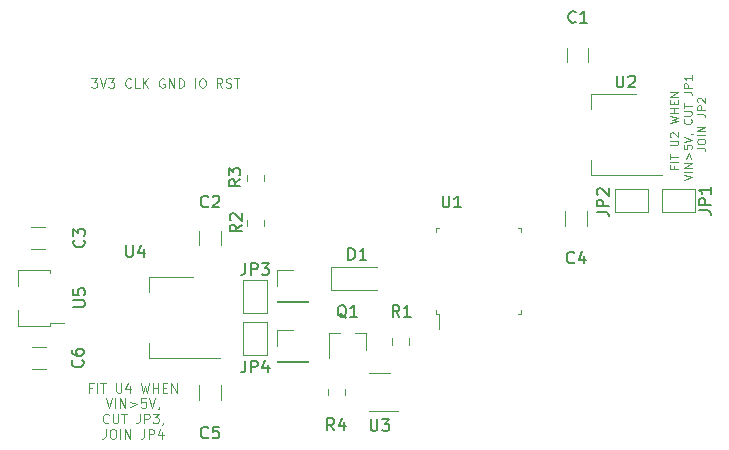
<source format=gbr>
G04 #@! TF.GenerationSoftware,KiCad,Pcbnew,5.1.6-c6e7f7d~86~ubuntu18.04.1*
G04 #@! TF.CreationDate,2020-06-27T17:17:55+01:00*
G04 #@! TF.ProjectId,Controller,436f6e74-726f-46c6-9c65-722e6b696361,rev?*
G04 #@! TF.SameCoordinates,Original*
G04 #@! TF.FileFunction,Legend,Top*
G04 #@! TF.FilePolarity,Positive*
%FSLAX46Y46*%
G04 Gerber Fmt 4.6, Leading zero omitted, Abs format (unit mm)*
G04 Created by KiCad (PCBNEW 5.1.6-c6e7f7d~86~ubuntu18.04.1) date 2020-06-27 17:17:55*
%MOMM*%
%LPD*%
G01*
G04 APERTURE LIST*
%ADD10C,0.100000*%
%ADD11C,0.120000*%
%ADD12C,0.150000*%
G04 APERTURE END LIST*
D10*
X159277200Y-103765733D02*
X159277200Y-103999066D01*
X159643866Y-103999066D02*
X158943866Y-103999066D01*
X158943866Y-103665733D01*
X159643866Y-103399066D02*
X158943866Y-103399066D01*
X158943866Y-103165733D02*
X158943866Y-102765733D01*
X159643866Y-102965733D02*
X158943866Y-102965733D01*
X158943866Y-101999066D02*
X159510533Y-101999066D01*
X159577200Y-101965733D01*
X159610533Y-101932400D01*
X159643866Y-101865733D01*
X159643866Y-101732400D01*
X159610533Y-101665733D01*
X159577200Y-101632400D01*
X159510533Y-101599066D01*
X158943866Y-101599066D01*
X159010533Y-101299066D02*
X158977200Y-101265733D01*
X158943866Y-101199066D01*
X158943866Y-101032400D01*
X158977200Y-100965733D01*
X159010533Y-100932400D01*
X159077200Y-100899066D01*
X159143866Y-100899066D01*
X159243866Y-100932400D01*
X159643866Y-101332400D01*
X159643866Y-100899066D01*
X158943866Y-100132400D02*
X159643866Y-99965733D01*
X159143866Y-99832400D01*
X159643866Y-99699066D01*
X158943866Y-99532400D01*
X159643866Y-99265733D02*
X158943866Y-99265733D01*
X159277200Y-99265733D02*
X159277200Y-98865733D01*
X159643866Y-98865733D02*
X158943866Y-98865733D01*
X159277200Y-98532400D02*
X159277200Y-98299066D01*
X159643866Y-98199066D02*
X159643866Y-98532400D01*
X158943866Y-98532400D01*
X158943866Y-98199066D01*
X159643866Y-97899066D02*
X158943866Y-97899066D01*
X159643866Y-97499066D01*
X158943866Y-97499066D01*
X160093866Y-104949066D02*
X160793866Y-104715733D01*
X160093866Y-104482400D01*
X160793866Y-104249066D02*
X160093866Y-104249066D01*
X160793866Y-103915733D02*
X160093866Y-103915733D01*
X160793866Y-103515733D01*
X160093866Y-103515733D01*
X160327200Y-103182400D02*
X160527200Y-102649066D01*
X160727200Y-103182400D01*
X160093866Y-101982400D02*
X160093866Y-102315733D01*
X160427200Y-102349066D01*
X160393866Y-102315733D01*
X160360533Y-102249066D01*
X160360533Y-102082400D01*
X160393866Y-102015733D01*
X160427200Y-101982400D01*
X160493866Y-101949066D01*
X160660533Y-101949066D01*
X160727200Y-101982400D01*
X160760533Y-102015733D01*
X160793866Y-102082400D01*
X160793866Y-102249066D01*
X160760533Y-102315733D01*
X160727200Y-102349066D01*
X160093866Y-101749066D02*
X160793866Y-101515733D01*
X160093866Y-101282400D01*
X160760533Y-101015733D02*
X160793866Y-101015733D01*
X160860533Y-101049066D01*
X160893866Y-101082400D01*
X160727200Y-99782400D02*
X160760533Y-99815733D01*
X160793866Y-99915733D01*
X160793866Y-99982400D01*
X160760533Y-100082400D01*
X160693866Y-100149066D01*
X160627200Y-100182400D01*
X160493866Y-100215733D01*
X160393866Y-100215733D01*
X160260533Y-100182400D01*
X160193866Y-100149066D01*
X160127200Y-100082400D01*
X160093866Y-99982400D01*
X160093866Y-99915733D01*
X160127200Y-99815733D01*
X160160533Y-99782400D01*
X160093866Y-99482400D02*
X160660533Y-99482400D01*
X160727200Y-99449066D01*
X160760533Y-99415733D01*
X160793866Y-99349066D01*
X160793866Y-99215733D01*
X160760533Y-99149066D01*
X160727200Y-99115733D01*
X160660533Y-99082400D01*
X160093866Y-99082400D01*
X160093866Y-98849066D02*
X160093866Y-98449066D01*
X160793866Y-98649066D02*
X160093866Y-98649066D01*
X160093866Y-97482400D02*
X160593866Y-97482400D01*
X160693866Y-97515733D01*
X160760533Y-97582400D01*
X160793866Y-97682400D01*
X160793866Y-97749066D01*
X160793866Y-97149066D02*
X160093866Y-97149066D01*
X160093866Y-96882400D01*
X160127200Y-96815733D01*
X160160533Y-96782400D01*
X160227200Y-96749066D01*
X160327200Y-96749066D01*
X160393866Y-96782400D01*
X160427200Y-96815733D01*
X160460533Y-96882400D01*
X160460533Y-97149066D01*
X160793866Y-96082400D02*
X160793866Y-96482400D01*
X160793866Y-96282400D02*
X160093866Y-96282400D01*
X160193866Y-96349066D01*
X160260533Y-96415733D01*
X160293866Y-96482400D01*
X161243866Y-102232400D02*
X161743866Y-102232400D01*
X161843866Y-102265733D01*
X161910533Y-102332400D01*
X161943866Y-102432400D01*
X161943866Y-102499066D01*
X161243866Y-101765733D02*
X161243866Y-101632400D01*
X161277200Y-101565733D01*
X161343866Y-101499066D01*
X161477200Y-101465733D01*
X161710533Y-101465733D01*
X161843866Y-101499066D01*
X161910533Y-101565733D01*
X161943866Y-101632400D01*
X161943866Y-101765733D01*
X161910533Y-101832400D01*
X161843866Y-101899066D01*
X161710533Y-101932400D01*
X161477200Y-101932400D01*
X161343866Y-101899066D01*
X161277200Y-101832400D01*
X161243866Y-101765733D01*
X161943866Y-101165733D02*
X161243866Y-101165733D01*
X161943866Y-100832400D02*
X161243866Y-100832400D01*
X161943866Y-100432400D01*
X161243866Y-100432400D01*
X161243866Y-99365733D02*
X161743866Y-99365733D01*
X161843866Y-99399066D01*
X161910533Y-99465733D01*
X161943866Y-99565733D01*
X161943866Y-99632400D01*
X161943866Y-99032400D02*
X161243866Y-99032400D01*
X161243866Y-98765733D01*
X161277200Y-98699066D01*
X161310533Y-98665733D01*
X161377200Y-98632400D01*
X161477200Y-98632400D01*
X161543866Y-98665733D01*
X161577200Y-98699066D01*
X161610533Y-98765733D01*
X161610533Y-99032400D01*
X161310533Y-98365733D02*
X161277200Y-98332400D01*
X161243866Y-98265733D01*
X161243866Y-98099066D01*
X161277200Y-98032400D01*
X161310533Y-97999066D01*
X161377200Y-97965733D01*
X161443866Y-97965733D01*
X161543866Y-97999066D01*
X161943866Y-98399066D01*
X161943866Y-97965733D01*
X110026880Y-122516357D02*
X109760214Y-122516357D01*
X109760214Y-122935404D02*
X109760214Y-122135404D01*
X110141166Y-122135404D01*
X110445928Y-122935404D02*
X110445928Y-122135404D01*
X110712595Y-122135404D02*
X111169738Y-122135404D01*
X110941166Y-122935404D02*
X110941166Y-122135404D01*
X112045928Y-122135404D02*
X112045928Y-122783023D01*
X112084023Y-122859214D01*
X112122119Y-122897309D01*
X112198309Y-122935404D01*
X112350690Y-122935404D01*
X112426880Y-122897309D01*
X112464976Y-122859214D01*
X112503071Y-122783023D01*
X112503071Y-122135404D01*
X113226880Y-122402071D02*
X113226880Y-122935404D01*
X113036404Y-122097309D02*
X112845928Y-122668738D01*
X113341166Y-122668738D01*
X114179261Y-122135404D02*
X114369738Y-122935404D01*
X114522119Y-122363976D01*
X114674500Y-122935404D01*
X114864976Y-122135404D01*
X115169738Y-122935404D02*
X115169738Y-122135404D01*
X115169738Y-122516357D02*
X115626880Y-122516357D01*
X115626880Y-122935404D02*
X115626880Y-122135404D01*
X116007833Y-122516357D02*
X116274500Y-122516357D01*
X116388785Y-122935404D02*
X116007833Y-122935404D01*
X116007833Y-122135404D01*
X116388785Y-122135404D01*
X116731642Y-122935404D02*
X116731642Y-122135404D01*
X117188785Y-122935404D01*
X117188785Y-122135404D01*
X111188785Y-123435404D02*
X111455452Y-124235404D01*
X111722119Y-123435404D01*
X111988785Y-124235404D02*
X111988785Y-123435404D01*
X112369738Y-124235404D02*
X112369738Y-123435404D01*
X112826880Y-124235404D01*
X112826880Y-123435404D01*
X113207833Y-123702071D02*
X113817357Y-123930642D01*
X113207833Y-124159214D01*
X114579261Y-123435404D02*
X114198309Y-123435404D01*
X114160214Y-123816357D01*
X114198309Y-123778261D01*
X114274500Y-123740166D01*
X114464976Y-123740166D01*
X114541166Y-123778261D01*
X114579261Y-123816357D01*
X114617357Y-123892547D01*
X114617357Y-124083023D01*
X114579261Y-124159214D01*
X114541166Y-124197309D01*
X114464976Y-124235404D01*
X114274500Y-124235404D01*
X114198309Y-124197309D01*
X114160214Y-124159214D01*
X114845928Y-123435404D02*
X115112595Y-124235404D01*
X115379261Y-123435404D01*
X115684023Y-124197309D02*
X115684023Y-124235404D01*
X115645928Y-124311595D01*
X115607833Y-124349690D01*
X111417357Y-125459214D02*
X111379261Y-125497309D01*
X111264976Y-125535404D01*
X111188785Y-125535404D01*
X111074500Y-125497309D01*
X110998309Y-125421119D01*
X110960214Y-125344928D01*
X110922119Y-125192547D01*
X110922119Y-125078261D01*
X110960214Y-124925880D01*
X110998309Y-124849690D01*
X111074500Y-124773500D01*
X111188785Y-124735404D01*
X111264976Y-124735404D01*
X111379261Y-124773500D01*
X111417357Y-124811595D01*
X111760214Y-124735404D02*
X111760214Y-125383023D01*
X111798309Y-125459214D01*
X111836404Y-125497309D01*
X111912595Y-125535404D01*
X112064976Y-125535404D01*
X112141166Y-125497309D01*
X112179261Y-125459214D01*
X112217357Y-125383023D01*
X112217357Y-124735404D01*
X112484023Y-124735404D02*
X112941166Y-124735404D01*
X112712595Y-125535404D02*
X112712595Y-124735404D01*
X114045928Y-124735404D02*
X114045928Y-125306833D01*
X114007833Y-125421119D01*
X113931642Y-125497309D01*
X113817357Y-125535404D01*
X113741166Y-125535404D01*
X114426880Y-125535404D02*
X114426880Y-124735404D01*
X114731642Y-124735404D01*
X114807833Y-124773500D01*
X114845928Y-124811595D01*
X114884023Y-124887785D01*
X114884023Y-125002071D01*
X114845928Y-125078261D01*
X114807833Y-125116357D01*
X114731642Y-125154452D01*
X114426880Y-125154452D01*
X115150690Y-124735404D02*
X115645928Y-124735404D01*
X115379261Y-125040166D01*
X115493547Y-125040166D01*
X115569738Y-125078261D01*
X115607833Y-125116357D01*
X115645928Y-125192547D01*
X115645928Y-125383023D01*
X115607833Y-125459214D01*
X115569738Y-125497309D01*
X115493547Y-125535404D01*
X115264976Y-125535404D01*
X115188785Y-125497309D01*
X115150690Y-125459214D01*
X116026880Y-125497309D02*
X116026880Y-125535404D01*
X115988785Y-125611595D01*
X115950690Y-125649690D01*
X111169738Y-126035404D02*
X111169738Y-126606833D01*
X111131642Y-126721119D01*
X111055452Y-126797309D01*
X110941166Y-126835404D01*
X110864976Y-126835404D01*
X111703071Y-126035404D02*
X111855452Y-126035404D01*
X111931642Y-126073500D01*
X112007833Y-126149690D01*
X112045928Y-126302071D01*
X112045928Y-126568738D01*
X112007833Y-126721119D01*
X111931642Y-126797309D01*
X111855452Y-126835404D01*
X111703071Y-126835404D01*
X111626880Y-126797309D01*
X111550690Y-126721119D01*
X111512595Y-126568738D01*
X111512595Y-126302071D01*
X111550690Y-126149690D01*
X111626880Y-126073500D01*
X111703071Y-126035404D01*
X112388785Y-126835404D02*
X112388785Y-126035404D01*
X112769738Y-126835404D02*
X112769738Y-126035404D01*
X113226880Y-126835404D01*
X113226880Y-126035404D01*
X114445928Y-126035404D02*
X114445928Y-126606833D01*
X114407833Y-126721119D01*
X114331642Y-126797309D01*
X114217357Y-126835404D01*
X114141166Y-126835404D01*
X114826880Y-126835404D02*
X114826880Y-126035404D01*
X115131642Y-126035404D01*
X115207833Y-126073500D01*
X115245928Y-126111595D01*
X115284023Y-126187785D01*
X115284023Y-126302071D01*
X115245928Y-126378261D01*
X115207833Y-126416357D01*
X115131642Y-126454452D01*
X114826880Y-126454452D01*
X115969738Y-126302071D02*
X115969738Y-126835404D01*
X115779261Y-125997309D02*
X115588785Y-126568738D01*
X116084023Y-126568738D01*
X109957380Y-96335904D02*
X110452619Y-96335904D01*
X110185952Y-96640666D01*
X110300238Y-96640666D01*
X110376428Y-96678761D01*
X110414523Y-96716857D01*
X110452619Y-96793047D01*
X110452619Y-96983523D01*
X110414523Y-97059714D01*
X110376428Y-97097809D01*
X110300238Y-97135904D01*
X110071666Y-97135904D01*
X109995476Y-97097809D01*
X109957380Y-97059714D01*
X110681190Y-96335904D02*
X110947857Y-97135904D01*
X111214523Y-96335904D01*
X111405000Y-96335904D02*
X111900238Y-96335904D01*
X111633571Y-96640666D01*
X111747857Y-96640666D01*
X111824047Y-96678761D01*
X111862142Y-96716857D01*
X111900238Y-96793047D01*
X111900238Y-96983523D01*
X111862142Y-97059714D01*
X111824047Y-97097809D01*
X111747857Y-97135904D01*
X111519285Y-97135904D01*
X111443095Y-97097809D01*
X111405000Y-97059714D01*
X113309761Y-97059714D02*
X113271666Y-97097809D01*
X113157380Y-97135904D01*
X113081190Y-97135904D01*
X112966904Y-97097809D01*
X112890714Y-97021619D01*
X112852619Y-96945428D01*
X112814523Y-96793047D01*
X112814523Y-96678761D01*
X112852619Y-96526380D01*
X112890714Y-96450190D01*
X112966904Y-96374000D01*
X113081190Y-96335904D01*
X113157380Y-96335904D01*
X113271666Y-96374000D01*
X113309761Y-96412095D01*
X114033571Y-97135904D02*
X113652619Y-97135904D01*
X113652619Y-96335904D01*
X114300238Y-97135904D02*
X114300238Y-96335904D01*
X114757380Y-97135904D02*
X114414523Y-96678761D01*
X114757380Y-96335904D02*
X114300238Y-96793047D01*
X116128809Y-96374000D02*
X116052619Y-96335904D01*
X115938333Y-96335904D01*
X115824047Y-96374000D01*
X115747857Y-96450190D01*
X115709761Y-96526380D01*
X115671666Y-96678761D01*
X115671666Y-96793047D01*
X115709761Y-96945428D01*
X115747857Y-97021619D01*
X115824047Y-97097809D01*
X115938333Y-97135904D01*
X116014523Y-97135904D01*
X116128809Y-97097809D01*
X116166904Y-97059714D01*
X116166904Y-96793047D01*
X116014523Y-96793047D01*
X116509761Y-97135904D02*
X116509761Y-96335904D01*
X116966904Y-97135904D01*
X116966904Y-96335904D01*
X117347857Y-97135904D02*
X117347857Y-96335904D01*
X117538333Y-96335904D01*
X117652619Y-96374000D01*
X117728809Y-96450190D01*
X117766904Y-96526380D01*
X117805000Y-96678761D01*
X117805000Y-96793047D01*
X117766904Y-96945428D01*
X117728809Y-97021619D01*
X117652619Y-97097809D01*
X117538333Y-97135904D01*
X117347857Y-97135904D01*
X118757380Y-97135904D02*
X118757380Y-96335904D01*
X119290714Y-96335904D02*
X119443095Y-96335904D01*
X119519285Y-96374000D01*
X119595476Y-96450190D01*
X119633571Y-96602571D01*
X119633571Y-96869238D01*
X119595476Y-97021619D01*
X119519285Y-97097809D01*
X119443095Y-97135904D01*
X119290714Y-97135904D01*
X119214523Y-97097809D01*
X119138333Y-97021619D01*
X119100238Y-96869238D01*
X119100238Y-96602571D01*
X119138333Y-96450190D01*
X119214523Y-96374000D01*
X119290714Y-96335904D01*
X121043095Y-97135904D02*
X120776428Y-96754952D01*
X120585952Y-97135904D02*
X120585952Y-96335904D01*
X120890714Y-96335904D01*
X120966904Y-96374000D01*
X121005000Y-96412095D01*
X121043095Y-96488285D01*
X121043095Y-96602571D01*
X121005000Y-96678761D01*
X120966904Y-96716857D01*
X120890714Y-96754952D01*
X120585952Y-96754952D01*
X121347857Y-97097809D02*
X121462142Y-97135904D01*
X121652619Y-97135904D01*
X121728809Y-97097809D01*
X121766904Y-97059714D01*
X121805000Y-96983523D01*
X121805000Y-96907333D01*
X121766904Y-96831142D01*
X121728809Y-96793047D01*
X121652619Y-96754952D01*
X121500238Y-96716857D01*
X121424047Y-96678761D01*
X121385952Y-96640666D01*
X121347857Y-96564476D01*
X121347857Y-96488285D01*
X121385952Y-96412095D01*
X121424047Y-96374000D01*
X121500238Y-96335904D01*
X121690714Y-96335904D01*
X121805000Y-96374000D01*
X122033571Y-96335904D02*
X122490714Y-96335904D01*
X122262142Y-97135904D02*
X122262142Y-96335904D01*
D11*
X125670000Y-115249000D02*
X128330000Y-115249000D01*
X125670000Y-115189000D02*
X125670000Y-115249000D01*
X128330000Y-115189000D02*
X128330000Y-115249000D01*
X125670000Y-115189000D02*
X128330000Y-115189000D01*
X125670000Y-113919000D02*
X125670000Y-112589000D01*
X125670000Y-112589000D02*
X127000000Y-112589000D01*
X125670000Y-120329000D02*
X128330000Y-120329000D01*
X125670000Y-120269000D02*
X125670000Y-120329000D01*
X128330000Y-120269000D02*
X128330000Y-120329000D01*
X125670000Y-120269000D02*
X128330000Y-120269000D01*
X125670000Y-118999000D02*
X125670000Y-117669000D01*
X125670000Y-117669000D02*
X127000000Y-117669000D01*
X124585800Y-105010852D02*
X124585800Y-104488348D01*
X123165800Y-105010852D02*
X123165800Y-104488348D01*
X123165800Y-108298348D02*
X123165800Y-108820852D01*
X124585800Y-108298348D02*
X124585800Y-108820852D01*
X106470000Y-112575000D02*
X106470000Y-112805000D01*
X106470000Y-117295000D02*
X106470000Y-117065000D01*
X106470000Y-117295000D02*
X103750000Y-117295000D01*
X103750000Y-117295000D02*
X103750000Y-115985000D01*
X107610000Y-117065000D02*
X106470000Y-117065000D01*
X103750000Y-112575000D02*
X106470000Y-112575000D01*
X103750000Y-113885000D02*
X103750000Y-112575000D01*
X120813000Y-119996000D02*
X114803000Y-119996000D01*
X118563000Y-113176000D02*
X114803000Y-113176000D01*
X114803000Y-119996000D02*
X114803000Y-118736000D01*
X114803000Y-113176000D02*
X114803000Y-114436000D01*
X158278000Y-104502000D02*
X152268000Y-104502000D01*
X156028000Y-97682000D02*
X152268000Y-97682000D01*
X152268000Y-104502000D02*
X152268000Y-103242000D01*
X152268000Y-97682000D02*
X152268000Y-98942000D01*
X122825000Y-119764000D02*
X122825000Y-116964000D01*
X122825000Y-116964000D02*
X124825000Y-116964000D01*
X124825000Y-116964000D02*
X124825000Y-119764000D01*
X124825000Y-119764000D02*
X122825000Y-119764000D01*
X124825000Y-113408000D02*
X124825000Y-116208000D01*
X124825000Y-116208000D02*
X122825000Y-116208000D01*
X122825000Y-116208000D02*
X122825000Y-113408000D01*
X122825000Y-113408000D02*
X124825000Y-113408000D01*
X154302000Y-105680000D02*
X157102000Y-105680000D01*
X157102000Y-105680000D02*
X157102000Y-107680000D01*
X157102000Y-107680000D02*
X154302000Y-107680000D01*
X154302000Y-107680000D02*
X154302000Y-105680000D01*
X161054000Y-107680000D02*
X158254000Y-107680000D01*
X158254000Y-107680000D02*
X158254000Y-105680000D01*
X158254000Y-105680000D02*
X161054000Y-105680000D01*
X161054000Y-105680000D02*
X161054000Y-107680000D01*
X106139064Y-119105000D02*
X104934936Y-119105000D01*
X106139064Y-120925000D02*
X104934936Y-120925000D01*
X120925000Y-123538064D02*
X120925000Y-122333936D01*
X119105000Y-123538064D02*
X119105000Y-122333936D01*
X150093000Y-107601936D02*
X150093000Y-108806064D01*
X151913000Y-107601936D02*
X151913000Y-108806064D01*
X106012064Y-108945000D02*
X104807936Y-108945000D01*
X106012064Y-110765000D02*
X104807936Y-110765000D01*
X120925000Y-110457064D02*
X120925000Y-109252936D01*
X119105000Y-110457064D02*
X119105000Y-109252936D01*
X150220000Y-93758936D02*
X150220000Y-94963064D01*
X152040000Y-93758936D02*
X152040000Y-94963064D01*
X129973000Y-122611248D02*
X129973000Y-123133752D01*
X131393000Y-122611248D02*
X131393000Y-123133752D01*
X136854000Y-118879252D02*
X136854000Y-118356748D01*
X135434000Y-118879252D02*
X135434000Y-118356748D01*
X133466000Y-124482500D02*
X135916000Y-124482500D01*
X135266000Y-121262500D02*
X133466000Y-121262500D01*
X133215500Y-117858000D02*
X133215500Y-119318000D01*
X130055500Y-117858000D02*
X130055500Y-120018000D01*
X130055500Y-117858000D02*
X130985500Y-117858000D01*
X133215500Y-117858000D02*
X132285500Y-117858000D01*
X130261000Y-112284000D02*
X134111000Y-112284000D01*
X130261000Y-114284000D02*
X134111000Y-114284000D01*
X130261000Y-112284000D02*
X130261000Y-114284000D01*
X139425300Y-116259000D02*
X139425300Y-117574000D01*
X139125300Y-116259000D02*
X139425300Y-116259000D01*
X139125300Y-115959000D02*
X139125300Y-116259000D01*
X139125300Y-109039000D02*
X139425300Y-109039000D01*
X139125300Y-109339000D02*
X139125300Y-109039000D01*
X146345300Y-116259000D02*
X146045300Y-116259000D01*
X146345300Y-115959000D02*
X146345300Y-116259000D01*
X146345300Y-109039000D02*
X146045300Y-109039000D01*
X146345300Y-109339000D02*
X146345300Y-109039000D01*
D12*
X122575580Y-104890866D02*
X122099390Y-105224200D01*
X122575580Y-105462295D02*
X121575580Y-105462295D01*
X121575580Y-105081342D01*
X121623200Y-104986104D01*
X121670819Y-104938485D01*
X121766057Y-104890866D01*
X121908914Y-104890866D01*
X122004152Y-104938485D01*
X122051771Y-104986104D01*
X122099390Y-105081342D01*
X122099390Y-105462295D01*
X121575580Y-104557533D02*
X121575580Y-103938485D01*
X121956533Y-104271819D01*
X121956533Y-104128961D01*
X122004152Y-104033723D01*
X122051771Y-103986104D01*
X122147009Y-103938485D01*
X122385104Y-103938485D01*
X122480342Y-103986104D01*
X122527961Y-104033723D01*
X122575580Y-104128961D01*
X122575580Y-104414676D01*
X122527961Y-104509914D01*
X122480342Y-104557533D01*
X122677180Y-108726266D02*
X122200990Y-109059600D01*
X122677180Y-109297695D02*
X121677180Y-109297695D01*
X121677180Y-108916742D01*
X121724800Y-108821504D01*
X121772419Y-108773885D01*
X121867657Y-108726266D01*
X122010514Y-108726266D01*
X122105752Y-108773885D01*
X122153371Y-108821504D01*
X122200990Y-108916742D01*
X122200990Y-109297695D01*
X121772419Y-108345314D02*
X121724800Y-108297695D01*
X121677180Y-108202457D01*
X121677180Y-107964361D01*
X121724800Y-107869123D01*
X121772419Y-107821504D01*
X121867657Y-107773885D01*
X121962895Y-107773885D01*
X122105752Y-107821504D01*
X122677180Y-108392933D01*
X122677180Y-107773885D01*
X108418380Y-115696904D02*
X109227904Y-115696904D01*
X109323142Y-115649285D01*
X109370761Y-115601666D01*
X109418380Y-115506428D01*
X109418380Y-115315952D01*
X109370761Y-115220714D01*
X109323142Y-115173095D01*
X109227904Y-115125476D01*
X108418380Y-115125476D01*
X108418380Y-114173095D02*
X108418380Y-114649285D01*
X108894571Y-114696904D01*
X108846952Y-114649285D01*
X108799333Y-114554047D01*
X108799333Y-114315952D01*
X108846952Y-114220714D01*
X108894571Y-114173095D01*
X108989809Y-114125476D01*
X109227904Y-114125476D01*
X109323142Y-114173095D01*
X109370761Y-114220714D01*
X109418380Y-114315952D01*
X109418380Y-114554047D01*
X109370761Y-114649285D01*
X109323142Y-114696904D01*
X112903095Y-110450380D02*
X112903095Y-111259904D01*
X112950714Y-111355142D01*
X112998333Y-111402761D01*
X113093571Y-111450380D01*
X113284047Y-111450380D01*
X113379285Y-111402761D01*
X113426904Y-111355142D01*
X113474523Y-111259904D01*
X113474523Y-110450380D01*
X114379285Y-110783714D02*
X114379285Y-111450380D01*
X114141190Y-110402761D02*
X113903095Y-111117047D01*
X114522142Y-111117047D01*
X154432095Y-96099380D02*
X154432095Y-96908904D01*
X154479714Y-97004142D01*
X154527333Y-97051761D01*
X154622571Y-97099380D01*
X154813047Y-97099380D01*
X154908285Y-97051761D01*
X154955904Y-97004142D01*
X155003523Y-96908904D01*
X155003523Y-96099380D01*
X155432095Y-96194619D02*
X155479714Y-96147000D01*
X155574952Y-96099380D01*
X155813047Y-96099380D01*
X155908285Y-96147000D01*
X155955904Y-96194619D01*
X156003523Y-96289857D01*
X156003523Y-96385095D01*
X155955904Y-96527952D01*
X155384476Y-97099380D01*
X156003523Y-97099380D01*
X122991666Y-120229380D02*
X122991666Y-120943666D01*
X122944047Y-121086523D01*
X122848809Y-121181761D01*
X122705952Y-121229380D01*
X122610714Y-121229380D01*
X123467857Y-121229380D02*
X123467857Y-120229380D01*
X123848809Y-120229380D01*
X123944047Y-120277000D01*
X123991666Y-120324619D01*
X124039285Y-120419857D01*
X124039285Y-120562714D01*
X123991666Y-120657952D01*
X123944047Y-120705571D01*
X123848809Y-120753190D01*
X123467857Y-120753190D01*
X124896428Y-120562714D02*
X124896428Y-121229380D01*
X124658333Y-120181761D02*
X124420238Y-120896047D01*
X125039285Y-120896047D01*
X122991666Y-111974380D02*
X122991666Y-112688666D01*
X122944047Y-112831523D01*
X122848809Y-112926761D01*
X122705952Y-112974380D01*
X122610714Y-112974380D01*
X123467857Y-112974380D02*
X123467857Y-111974380D01*
X123848809Y-111974380D01*
X123944047Y-112022000D01*
X123991666Y-112069619D01*
X124039285Y-112164857D01*
X124039285Y-112307714D01*
X123991666Y-112402952D01*
X123944047Y-112450571D01*
X123848809Y-112498190D01*
X123467857Y-112498190D01*
X124372619Y-111974380D02*
X124991666Y-111974380D01*
X124658333Y-112355333D01*
X124801190Y-112355333D01*
X124896428Y-112402952D01*
X124944047Y-112450571D01*
X124991666Y-112545809D01*
X124991666Y-112783904D01*
X124944047Y-112879142D01*
X124896428Y-112926761D01*
X124801190Y-112974380D01*
X124515476Y-112974380D01*
X124420238Y-112926761D01*
X124372619Y-112879142D01*
X152741380Y-107640333D02*
X153455666Y-107640333D01*
X153598523Y-107687952D01*
X153693761Y-107783190D01*
X153741380Y-107926047D01*
X153741380Y-108021285D01*
X153741380Y-107164142D02*
X152741380Y-107164142D01*
X152741380Y-106783190D01*
X152789000Y-106687952D01*
X152836619Y-106640333D01*
X152931857Y-106592714D01*
X153074714Y-106592714D01*
X153169952Y-106640333D01*
X153217571Y-106687952D01*
X153265190Y-106783190D01*
X153265190Y-107164142D01*
X152836619Y-106211761D02*
X152789000Y-106164142D01*
X152741380Y-106068904D01*
X152741380Y-105830809D01*
X152789000Y-105735571D01*
X152836619Y-105687952D01*
X152931857Y-105640333D01*
X153027095Y-105640333D01*
X153169952Y-105687952D01*
X153741380Y-106259380D01*
X153741380Y-105640333D01*
X161377380Y-107513333D02*
X162091666Y-107513333D01*
X162234523Y-107560952D01*
X162329761Y-107656190D01*
X162377380Y-107799047D01*
X162377380Y-107894285D01*
X162377380Y-107037142D02*
X161377380Y-107037142D01*
X161377380Y-106656190D01*
X161425000Y-106560952D01*
X161472619Y-106513333D01*
X161567857Y-106465714D01*
X161710714Y-106465714D01*
X161805952Y-106513333D01*
X161853571Y-106560952D01*
X161901190Y-106656190D01*
X161901190Y-107037142D01*
X162377380Y-105513333D02*
X162377380Y-106084761D01*
X162377380Y-105799047D02*
X161377380Y-105799047D01*
X161520238Y-105894285D01*
X161615476Y-105989523D01*
X161663095Y-106084761D01*
X109196142Y-120181666D02*
X109243761Y-120229285D01*
X109291380Y-120372142D01*
X109291380Y-120467380D01*
X109243761Y-120610238D01*
X109148523Y-120705476D01*
X109053285Y-120753095D01*
X108862809Y-120800714D01*
X108719952Y-120800714D01*
X108529476Y-120753095D01*
X108434238Y-120705476D01*
X108339000Y-120610238D01*
X108291380Y-120467380D01*
X108291380Y-120372142D01*
X108339000Y-120229285D01*
X108386619Y-120181666D01*
X108291380Y-119324523D02*
X108291380Y-119515000D01*
X108339000Y-119610238D01*
X108386619Y-119657857D01*
X108529476Y-119753095D01*
X108719952Y-119800714D01*
X109100904Y-119800714D01*
X109196142Y-119753095D01*
X109243761Y-119705476D01*
X109291380Y-119610238D01*
X109291380Y-119419761D01*
X109243761Y-119324523D01*
X109196142Y-119276904D01*
X109100904Y-119229285D01*
X108862809Y-119229285D01*
X108767571Y-119276904D01*
X108719952Y-119324523D01*
X108672333Y-119419761D01*
X108672333Y-119610238D01*
X108719952Y-119705476D01*
X108767571Y-119753095D01*
X108862809Y-119800714D01*
X119848333Y-126722142D02*
X119800714Y-126769761D01*
X119657857Y-126817380D01*
X119562619Y-126817380D01*
X119419761Y-126769761D01*
X119324523Y-126674523D01*
X119276904Y-126579285D01*
X119229285Y-126388809D01*
X119229285Y-126245952D01*
X119276904Y-126055476D01*
X119324523Y-125960238D01*
X119419761Y-125865000D01*
X119562619Y-125817380D01*
X119657857Y-125817380D01*
X119800714Y-125865000D01*
X119848333Y-125912619D01*
X120753095Y-125817380D02*
X120276904Y-125817380D01*
X120229285Y-126293571D01*
X120276904Y-126245952D01*
X120372142Y-126198333D01*
X120610238Y-126198333D01*
X120705476Y-126245952D01*
X120753095Y-126293571D01*
X120800714Y-126388809D01*
X120800714Y-126626904D01*
X120753095Y-126722142D01*
X120705476Y-126769761D01*
X120610238Y-126817380D01*
X120372142Y-126817380D01*
X120276904Y-126769761D01*
X120229285Y-126722142D01*
X150836333Y-111913942D02*
X150788714Y-111961561D01*
X150645857Y-112009180D01*
X150550619Y-112009180D01*
X150407761Y-111961561D01*
X150312523Y-111866323D01*
X150264904Y-111771085D01*
X150217285Y-111580609D01*
X150217285Y-111437752D01*
X150264904Y-111247276D01*
X150312523Y-111152038D01*
X150407761Y-111056800D01*
X150550619Y-111009180D01*
X150645857Y-111009180D01*
X150788714Y-111056800D01*
X150836333Y-111104419D01*
X151693476Y-111342514D02*
X151693476Y-112009180D01*
X151455380Y-110961561D02*
X151217285Y-111675847D01*
X151836333Y-111675847D01*
X109323142Y-110021666D02*
X109370761Y-110069285D01*
X109418380Y-110212142D01*
X109418380Y-110307380D01*
X109370761Y-110450238D01*
X109275523Y-110545476D01*
X109180285Y-110593095D01*
X108989809Y-110640714D01*
X108846952Y-110640714D01*
X108656476Y-110593095D01*
X108561238Y-110545476D01*
X108466000Y-110450238D01*
X108418380Y-110307380D01*
X108418380Y-110212142D01*
X108466000Y-110069285D01*
X108513619Y-110021666D01*
X108418380Y-109688333D02*
X108418380Y-109069285D01*
X108799333Y-109402619D01*
X108799333Y-109259761D01*
X108846952Y-109164523D01*
X108894571Y-109116904D01*
X108989809Y-109069285D01*
X109227904Y-109069285D01*
X109323142Y-109116904D01*
X109370761Y-109164523D01*
X109418380Y-109259761D01*
X109418380Y-109545476D01*
X109370761Y-109640714D01*
X109323142Y-109688333D01*
X119848333Y-107164142D02*
X119800714Y-107211761D01*
X119657857Y-107259380D01*
X119562619Y-107259380D01*
X119419761Y-107211761D01*
X119324523Y-107116523D01*
X119276904Y-107021285D01*
X119229285Y-106830809D01*
X119229285Y-106687952D01*
X119276904Y-106497476D01*
X119324523Y-106402238D01*
X119419761Y-106307000D01*
X119562619Y-106259380D01*
X119657857Y-106259380D01*
X119800714Y-106307000D01*
X119848333Y-106354619D01*
X120229285Y-106354619D02*
X120276904Y-106307000D01*
X120372142Y-106259380D01*
X120610238Y-106259380D01*
X120705476Y-106307000D01*
X120753095Y-106354619D01*
X120800714Y-106449857D01*
X120800714Y-106545095D01*
X120753095Y-106687952D01*
X120181666Y-107259380D01*
X120800714Y-107259380D01*
X150963333Y-91543142D02*
X150915714Y-91590761D01*
X150772857Y-91638380D01*
X150677619Y-91638380D01*
X150534761Y-91590761D01*
X150439523Y-91495523D01*
X150391904Y-91400285D01*
X150344285Y-91209809D01*
X150344285Y-91066952D01*
X150391904Y-90876476D01*
X150439523Y-90781238D01*
X150534761Y-90686000D01*
X150677619Y-90638380D01*
X150772857Y-90638380D01*
X150915714Y-90686000D01*
X150963333Y-90733619D01*
X151915714Y-91638380D02*
X151344285Y-91638380D01*
X151630000Y-91638380D02*
X151630000Y-90638380D01*
X151534761Y-90781238D01*
X151439523Y-90876476D01*
X151344285Y-90924095D01*
X130516333Y-126118880D02*
X130183000Y-125642690D01*
X129944904Y-126118880D02*
X129944904Y-125118880D01*
X130325857Y-125118880D01*
X130421095Y-125166500D01*
X130468714Y-125214119D01*
X130516333Y-125309357D01*
X130516333Y-125452214D01*
X130468714Y-125547452D01*
X130421095Y-125595071D01*
X130325857Y-125642690D01*
X129944904Y-125642690D01*
X131373476Y-125452214D02*
X131373476Y-126118880D01*
X131135380Y-125071261D02*
X130897285Y-125785547D01*
X131516333Y-125785547D01*
X136040833Y-116530380D02*
X135707500Y-116054190D01*
X135469404Y-116530380D02*
X135469404Y-115530380D01*
X135850357Y-115530380D01*
X135945595Y-115578000D01*
X135993214Y-115625619D01*
X136040833Y-115720857D01*
X136040833Y-115863714D01*
X135993214Y-115958952D01*
X135945595Y-116006571D01*
X135850357Y-116054190D01*
X135469404Y-116054190D01*
X136993214Y-116530380D02*
X136421785Y-116530380D01*
X136707500Y-116530380D02*
X136707500Y-115530380D01*
X136612261Y-115673238D01*
X136517023Y-115768476D01*
X136421785Y-115816095D01*
X133604095Y-125182380D02*
X133604095Y-125991904D01*
X133651714Y-126087142D01*
X133699333Y-126134761D01*
X133794571Y-126182380D01*
X133985047Y-126182380D01*
X134080285Y-126134761D01*
X134127904Y-126087142D01*
X134175523Y-125991904D01*
X134175523Y-125182380D01*
X134556476Y-125182380D02*
X135175523Y-125182380D01*
X134842190Y-125563333D01*
X134985047Y-125563333D01*
X135080285Y-125610952D01*
X135127904Y-125658571D01*
X135175523Y-125753809D01*
X135175523Y-125991904D01*
X135127904Y-126087142D01*
X135080285Y-126134761D01*
X134985047Y-126182380D01*
X134699333Y-126182380D01*
X134604095Y-126134761D01*
X134556476Y-126087142D01*
X131540261Y-116625619D02*
X131445023Y-116578000D01*
X131349785Y-116482761D01*
X131206928Y-116339904D01*
X131111690Y-116292285D01*
X131016452Y-116292285D01*
X131064071Y-116530380D02*
X130968833Y-116482761D01*
X130873595Y-116387523D01*
X130825976Y-116197047D01*
X130825976Y-115863714D01*
X130873595Y-115673238D01*
X130968833Y-115578000D01*
X131064071Y-115530380D01*
X131254547Y-115530380D01*
X131349785Y-115578000D01*
X131445023Y-115673238D01*
X131492642Y-115863714D01*
X131492642Y-116197047D01*
X131445023Y-116387523D01*
X131349785Y-116482761D01*
X131254547Y-116530380D01*
X131064071Y-116530380D01*
X132445023Y-116530380D02*
X131873595Y-116530380D01*
X132159309Y-116530380D02*
X132159309Y-115530380D01*
X132064071Y-115673238D01*
X131968833Y-115768476D01*
X131873595Y-115816095D01*
X131722904Y-111704380D02*
X131722904Y-110704380D01*
X131961000Y-110704380D01*
X132103857Y-110752000D01*
X132199095Y-110847238D01*
X132246714Y-110942476D01*
X132294333Y-111132952D01*
X132294333Y-111275809D01*
X132246714Y-111466285D01*
X132199095Y-111561523D01*
X132103857Y-111656761D01*
X131961000Y-111704380D01*
X131722904Y-111704380D01*
X133246714Y-111704380D02*
X132675285Y-111704380D01*
X132961000Y-111704380D02*
X132961000Y-110704380D01*
X132865761Y-110847238D01*
X132770523Y-110942476D01*
X132675285Y-110990095D01*
X139687395Y-106259380D02*
X139687395Y-107068904D01*
X139735014Y-107164142D01*
X139782633Y-107211761D01*
X139877871Y-107259380D01*
X140068347Y-107259380D01*
X140163585Y-107211761D01*
X140211204Y-107164142D01*
X140258823Y-107068904D01*
X140258823Y-106259380D01*
X141258823Y-107259380D02*
X140687395Y-107259380D01*
X140973109Y-107259380D02*
X140973109Y-106259380D01*
X140877871Y-106402238D01*
X140782633Y-106497476D01*
X140687395Y-106545095D01*
M02*

</source>
